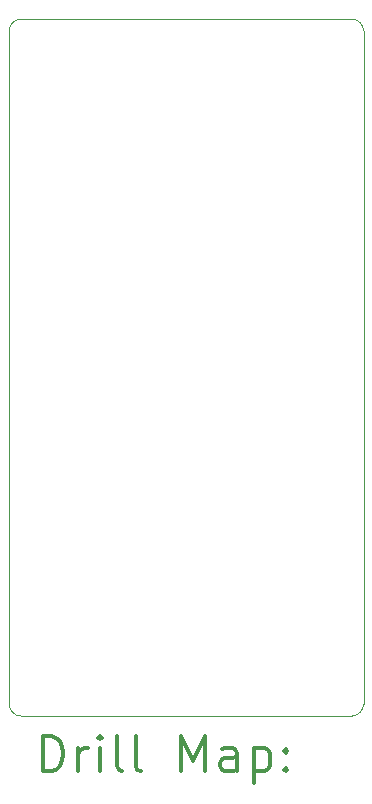
<source format=gbr>
%FSLAX45Y45*%
G04 Gerber Fmt 4.5, Leading zero omitted, Abs format (unit mm)*
G04 Created by KiCad (PCBNEW (5.1.9)-1) date 2021-06-12 20:28:36*
%MOMM*%
%LPD*%
G01*
G04 APERTURE LIST*
%TA.AperFunction,Profile*%
%ADD10C,0.050000*%
%TD*%
%ADD11C,0.200000*%
%ADD12C,0.300000*%
G04 APERTURE END LIST*
D10*
X2100000Y-7950000D02*
G75*
G02*
X2000000Y-7850000I0J100000D01*
G01*
X5000000Y-7850000D02*
G75*
G02*
X4900000Y-7950000I-100000J0D01*
G01*
X4900000Y-2050000D02*
G75*
G02*
X5000000Y-2150000I0J-100000D01*
G01*
X2000000Y-2150000D02*
G75*
G02*
X2100000Y-2050000I100000J0D01*
G01*
X2000000Y-7850000D02*
X2000000Y-2150000D01*
X4900000Y-7950000D02*
X2100000Y-7950000D01*
X5000000Y-2150000D02*
X5000000Y-7850000D01*
X2100000Y-2050000D02*
X4900000Y-2050000D01*
D11*
D12*
X2283928Y-8418214D02*
X2283928Y-8118214D01*
X2355357Y-8118214D01*
X2398214Y-8132500D01*
X2426786Y-8161071D01*
X2441071Y-8189643D01*
X2455357Y-8246786D01*
X2455357Y-8289643D01*
X2441071Y-8346786D01*
X2426786Y-8375357D01*
X2398214Y-8403929D01*
X2355357Y-8418214D01*
X2283928Y-8418214D01*
X2583928Y-8418214D02*
X2583928Y-8218214D01*
X2583928Y-8275357D02*
X2598214Y-8246786D01*
X2612500Y-8232500D01*
X2641071Y-8218214D01*
X2669643Y-8218214D01*
X2769643Y-8418214D02*
X2769643Y-8218214D01*
X2769643Y-8118214D02*
X2755357Y-8132500D01*
X2769643Y-8146786D01*
X2783928Y-8132500D01*
X2769643Y-8118214D01*
X2769643Y-8146786D01*
X2955357Y-8418214D02*
X2926786Y-8403929D01*
X2912500Y-8375357D01*
X2912500Y-8118214D01*
X3112500Y-8418214D02*
X3083928Y-8403929D01*
X3069643Y-8375357D01*
X3069643Y-8118214D01*
X3455357Y-8418214D02*
X3455357Y-8118214D01*
X3555357Y-8332500D01*
X3655357Y-8118214D01*
X3655357Y-8418214D01*
X3926786Y-8418214D02*
X3926786Y-8261071D01*
X3912500Y-8232500D01*
X3883928Y-8218214D01*
X3826786Y-8218214D01*
X3798214Y-8232500D01*
X3926786Y-8403929D02*
X3898214Y-8418214D01*
X3826786Y-8418214D01*
X3798214Y-8403929D01*
X3783928Y-8375357D01*
X3783928Y-8346786D01*
X3798214Y-8318214D01*
X3826786Y-8303929D01*
X3898214Y-8303929D01*
X3926786Y-8289643D01*
X4069643Y-8218214D02*
X4069643Y-8518214D01*
X4069643Y-8232500D02*
X4098214Y-8218214D01*
X4155357Y-8218214D01*
X4183928Y-8232500D01*
X4198214Y-8246786D01*
X4212500Y-8275357D01*
X4212500Y-8361071D01*
X4198214Y-8389643D01*
X4183928Y-8403929D01*
X4155357Y-8418214D01*
X4098214Y-8418214D01*
X4069643Y-8403929D01*
X4341071Y-8389643D02*
X4355357Y-8403929D01*
X4341071Y-8418214D01*
X4326786Y-8403929D01*
X4341071Y-8389643D01*
X4341071Y-8418214D01*
X4341071Y-8232500D02*
X4355357Y-8246786D01*
X4341071Y-8261071D01*
X4326786Y-8246786D01*
X4341071Y-8232500D01*
X4341071Y-8261071D01*
M02*

</source>
